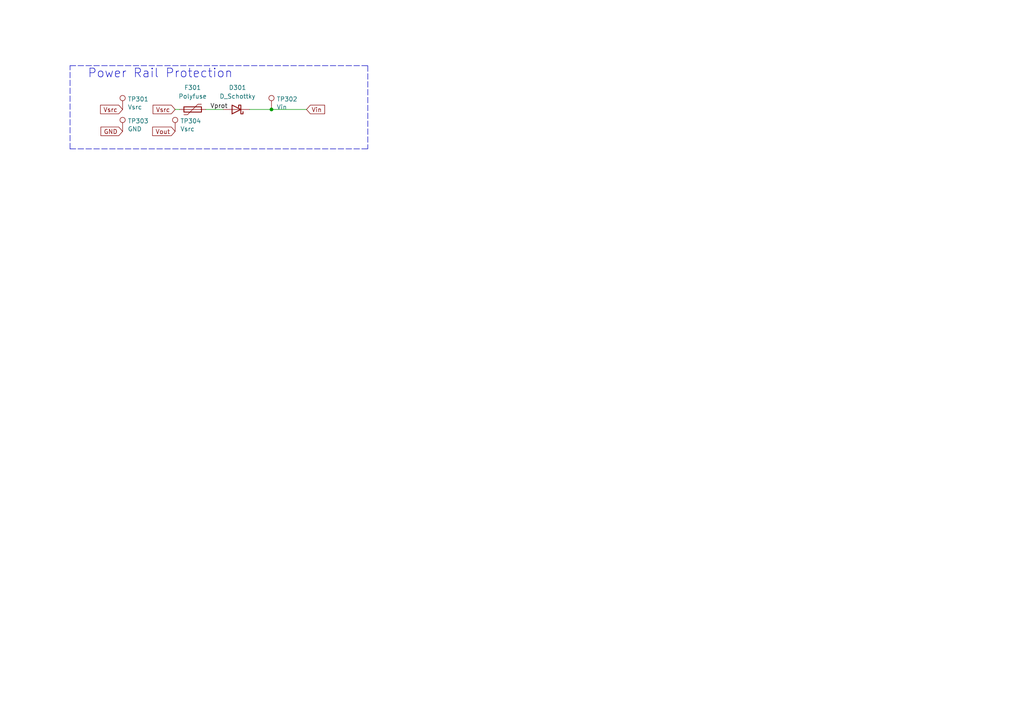
<source format=kicad_sch>
(kicad_sch (version 20211123) (generator eeschema)
  (paper "A4")
  (lib_symbols
    (symbol "Connector:TestPoint" (pin_numbers hide) (pin_names (offset 0.762) hide)
      (property "Reference" "TP" (at 0 6.858 0))
      (property "Value" "TestPoint" (at 0 5.08 0))
      (symbol "TestPoint_0_1"
        (circle (center 0 3.302) (radius 0.762))
      )
      (symbol "TestPoint_1_1"
        (pin passive line (at 0 0 90) (length 2.54) (name "1") (number "1"))
      )
    )
    (symbol "Device:D_Schottky" (pin_numbers hide) (pin_names (offset 1.016) hide)
      (property "Reference" "D" (at 0 2.54 0))
      (property "Value" "D_Schottky" (at 0 -2.54 0))
      (symbol "D_Schottky_0_1"
        (polyline (pts (xy 1.27 0) (xy -1.27 0)))
        (polyline (pts (xy 1.27 1.27) (xy 1.27 -1.27) (xy -1.27 0) (xy 1.27 1.27)) (stroke (width 0.254)))
        (polyline (pts (xy -1.905 0.635) (xy -1.905 1.27) (xy -1.27 1.27) (xy -1.27 -1.27) (xy -0.635 -1.27) (xy -0.635 -0.635)) (stroke (width 0.254)))
      )
      (symbol "D_Schottky_1_1"
        (pin passive line (at -3.81 0 0) (length 2.54) (name "K") (number "1"))
        (pin passive line (at 3.81 0 180) (length 2.54) (name "A") (number "2"))
      )
    )
    (symbol "Device:Polyfuse" (pin_numbers hide) (pin_names (offset 0))
      (property "Reference" "F" (at -2.54 0 90))
      (property "Value" "Polyfuse" (at 2.54 0 90))
      (symbol "Polyfuse_0_1"
        (rectangle (start -0.762 2.54) (end 0.762 -2.54) (stroke (width 0.254)))
        (polyline (pts (xy 0 2.54) (xy 0 -2.54)))
        (polyline (pts (xy -1.524 2.54) (xy -1.524 1.524) (xy 1.524 -1.524) (xy 1.524 -2.54)))
      )
      (symbol "Polyfuse_1_1"
        (pin passive line (at 0 3.81 270) (length 1.27) (name "~") (number "1"))
        (pin passive line (at 0 -3.81 90) (length 1.27) (name "~") (number "2"))
      )
    )
  )
  (junction (at 78.74 31.75))
  (wire (pts (xy 78.74 31.75) (xy 88.9 31.75)))
  (polyline (pts (xy 20.32 43.18) (xy 106.68 43.18)))
  (polyline (pts (xy 106.68 19.05) (xy 106.68 43.18)))
  (wire (pts (xy 59.69 31.75) (xy 64.77 31.75)))
  (polyline (pts (xy 20.32 19.05) (xy 106.68 19.05)))
  (wire (pts (xy 52.07 31.75) (xy 50.8 31.75)))
  (polyline (pts (xy 20.32 43.18) (xy 20.32 19.05)))
  (wire (pts (xy 72.39 31.75) (xy 78.74 31.75)))
  (text "Power Rail Protection" (at 25.4 22.86 0) (effects (font (size 2.54 2.54)) (justify left bottom)))
  (label "Vprot" (at 60.96 31.75 0))
  (global_label "Vsrc" (shape input) (at 35.56 31.75 180) (property "Intersheet References" "${INTERSHEET_REFS}" (effects hide)))
  (global_label "GND" (shape input) (at 35.56 38.1 180) (property "Intersheet References" "${INTERSHEET_REFS}" (effects hide)))
  (global_label "Vout" (shape input) (at 50.8 38.1 180) (property "Intersheet References" "${INTERSHEET_REFS}" (effects hide)))
  (global_label "Vsrc" (shape input) (at 50.8 31.75 180) (property "Intersheet References" "${INTERSHEET_REFS}" (effects hide)))
  (global_label "Vin" (shape input) (at 88.9 31.75 0) (property "Intersheet References" "${INTERSHEET_REFS}" (effects hide)))
  (symbol (lib_id "Connector:TestPoint") (at 35.56 31.75 0) (unit 1) (in_bom no)
    (property "Reference" "TP301" (at 37.0332 28.7528 0) (effects (justify left)))
    (property "Value" "Vsrc" (at 37.0332 31.0642 0) (effects (justify left)))
    (property "Footprint" "tinker:TestPoint_THTPad_D1.0mm_Drill0.5mm" (effects hide))
  )
  (symbol (lib_id "Connector:TestPoint") (at 50.8 38.1 0) (unit 1) (in_bom no) (on_board no)
    (property "Reference" "TP304" (at 52.2732 35.1028 0) (effects (justify left)))
    (property "Value" "Vsrc" (at 52.2732 37.4142 0) (effects (justify left)))
    (property "Footprint" "tinker:TestPoint_THTPad_D1.0mm_Drill0.5mm" (effects hide))
  )
  (symbol (lib_id "Connector:TestPoint") (at 78.74 31.75 0) (unit 1) (in_bom no)
    (property "Reference" "TP302" (at 80.2132 28.7528 0) (effects (justify left)))
    (property "Value" "Vin" (at 80.2132 31.0642 0) (effects (justify left)))
    (property "Footprint" "tinker:TestPoint_THTPad_D1.0mm_Drill0.5mm" (effects hide))
  )
  (symbol (lib_id "Device:D_Schottky") (at 68.58 31.75 180) (unit 1)
    (property "Reference" "D301" (at 68.8975 25.4 0))
    (property "Value" "D_Schottky" (at 68.8975 27.94 0))
    (property "Footprint" "Diode_SMD:D_SMA" (effects hide))
    (property "LCSC" "C3040450" (effects hide))
  )
  (symbol (lib_id "Device:Polyfuse") (at 55.88 31.75 90) (unit 1)
    (property "Reference" "F301" (at 55.88 25.4 90))
    (property "Value" "Polyfuse" (at 55.88 27.94 90))
    (property "Footprint" "tinker:F1206" (effects hide))
    (property "Datasheet" "https://www.lcsc.com/datasheet/lcsc_datasheet_2305121424_BHFUSE-BSMD1206L-260_C960020.pdf" (effects hide))
    (property "LCSC" "C883134 (random choice)" (effects hide))
    (property "Field5" "BHFuse BSMD1206 family" (effects hide))
    (property "Field6" "https://www.lcsc.com/products/Resettable-Fuses_11042.html?keyword=BSMD1206" (effects hide))
  )
  (symbol (lib_id "Connector:TestPoint") (at 35.56 38.1 0) (unit 1) (in_bom no)
    (property "Reference" "TP303" (at 37.0332 35.1028 0) (effects (justify left)))
    (property "Value" "GND" (at 37.0332 37.4142 0) (effects (justify left)))
    (property "Footprint" "tinker:TestPoint_THTPad_D1.0mm_Drill0.5mm" (effects hide))
  )
)
</source>
